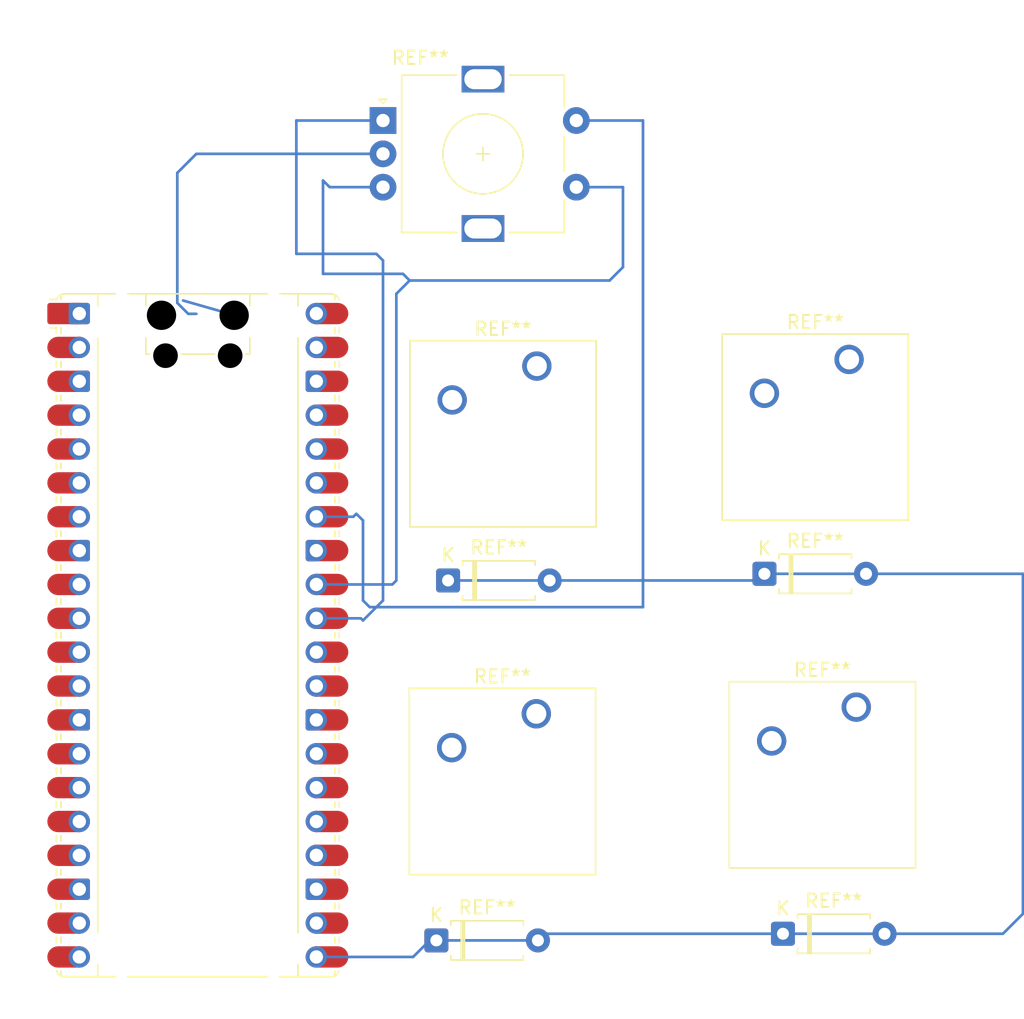
<source format=kicad_pcb>
(kicad_pcb (version 20241229) (generator "pcbnew") (generator_version "9.0")
  (layers (0 "F.Cu" signal) (2 "B.Cu" signal) (13 "F.Paste" user) (15 "B.Paste" user) (5 "F.SilkS" user "F.Silkscreen") (7 "B.SilkS" user "B.Silkscreen") (1 "F.Mask" user) (3 "B.Mask" user) (25 "Edge.Cuts" user))
  (net 0 "")
  (footprint "Diode_THT:D_A-405_P7.62mm_Horizontal" (layer "F.Cu") (at 58.5 90)
    (property "Reference" "REF**" (at 3.81 -2.47 0) (layer "F.SilkS"))
    (property "Value" "D_A-405_P7.62mm_Horizontal")
    (fp_line (start 1.09 -1.47) (end 6.53 -1.47) (stroke (width 0.12)) (layer "F.SilkS"))
    (fp_line (start 1.09 -1.14) (end 1.09 -1.47) (stroke (width 0.12)) (layer "F.SilkS"))
    (fp_line (start 1.09 1.14) (end 1.09 1.47) (stroke (width 0.12)) (layer "F.SilkS"))
    (fp_line (start 1.09 1.47) (end 6.53 1.47) (stroke (width 0.12)) (layer "F.SilkS"))
    (fp_line (start 1.87 -1.47) (end 1.87 1.47) (stroke (width 0.12)) (layer "F.SilkS"))
    (fp_line (start 1.99 -1.47) (end 1.99 1.47) (stroke (width 0.12)) (layer "F.SilkS"))
    (fp_line (start 2.11 -1.47) (end 2.11 1.47) (stroke (width 0.12)) (layer "F.SilkS"))
    (fp_line (start 6.53 -1.47) (end 6.53 -1.14) (stroke (width 0.12)) (layer "F.SilkS"))
    (fp_line (start 6.53 1.47) (end 6.53 1.14) (stroke (width 0.12)) (layer "F.SilkS"))
    (fp_text user "K" (at 0 -1.9 0) (layer "F.SilkS"))
    (pad "1" thru_hole roundrect (at 0 0) (size 1.8 1.8) (drill 0.9) (layers "*.Cu" "*.Mask") (roundrect_rratio 0.138889))
    (pad "2" thru_hole circle (at 7.62 0) (size 1.8 1.8) (drill 0.9) (layers "*.Cu" "*.Mask"))
  )
  (footprint "Button_Switch_Keyboard:SW_Cherry_MX_1.00u_PCB" (layer "F.Cu") (at 90 72.5)
    (property "Reference" "REF**" (at -2.54 -2.794 0) (layer "F.SilkS"))
    (property "Value" "SW_Cherry_MX_1.00u_PCB")
    (fp_line (start -9.525 -1.905) (end 4.445 -1.905) (stroke (width 0.12)) (layer "F.SilkS"))
    (fp_line (start -9.525 12.065) (end -9.525 -1.905) (stroke (width 0.12)) (layer "F.SilkS"))
    (fp_line (start 4.445 -1.905) (end 4.445 12.065) (stroke (width 0.12)) (layer "F.SilkS"))
    (fp_line (start 4.445 12.065) (end -9.525 12.065) (stroke (width 0.12)) (layer "F.SilkS"))
    (pad "" np_thru_hole circle (at -7.62 5.08) (size 1.7 1.7) (drill 1.7) (layers "*.Cu" "*.Mask"))
    (pad "" np_thru_hole circle (at -2.54 5.08) (size 4 4) (drill 4) (layers "*.Cu" "*.Mask"))
    (pad "" np_thru_hole circle (at 2.54 5.08) (size 1.7 1.7) (drill 1.7) (layers "*.Cu" "*.Mask"))
    (pad "1" thru_hole circle (at 0 0) (size 2.2 2.2) (drill 1.5) (layers "*.Cu" "*.Mask"))
    (pad "2" thru_hole circle (at -6.35 2.54) (size 2.2 2.2) (drill 1.5) (layers "*.Cu" "*.Mask"))
  )
  (footprint "Rotary_Encoder:RotaryEncoder_Alps_EC11E-Switch_Vertical_H20mm" (layer "F.Cu") (at 54.5 28.5)
    (property "Reference" "REF**" (at 2.8 -4.7 0) (layer "F.SilkS"))
    (property "Value" "RotaryEncoder_Alps_EC11E-Switch_Vertical_H20mm" (hide yes))
    (fp_line (start -0.3 -1.6) (end 0.3 -1.6) (stroke (width 0.12)) (layer "F.SilkS"))
    (fp_line (start 0 -1.3) (end -0.3 -1.6) (stroke (width 0.12)) (layer "F.SilkS"))
    (fp_line (start 0.3 -1.6) (end 0 -1.3) (stroke (width 0.12)) (layer "F.SilkS"))
    (fp_line (start 1.4 -3.4) (end 1.4 8.4) (stroke (width 0.12)) (layer "F.SilkS"))
    (fp_line (start 5.5 -3.4) (end 1.4 -3.4) (stroke (width 0.12)) (layer "F.SilkS"))
    (fp_line (start 5.5 8.4) (end 1.4 8.4) (stroke (width 0.12)) (layer "F.SilkS"))
    (fp_line (start 7 2.5) (end 8 2.5) (stroke (width 0.12)) (layer "F.SilkS"))
    (fp_line (start 7.5 2) (end 7.5 3) (stroke (width 0.12)) (layer "F.SilkS"))
    (fp_line (start 9.5 -3.4) (end 13.6 -3.4) (stroke (width 0.12)) (layer "F.SilkS"))
    (fp_line (start 13.6 -3.4) (end 13.6 -1) (stroke (width 0.12)) (layer "F.SilkS"))
    (fp_line (start 13.6 1.2) (end 13.6 3.8) (stroke (width 0.12)) (layer "F.SilkS"))
    (fp_line (start 13.6 6) (end 13.6 8.4) (stroke (width 0.12)) (layer "F.SilkS"))
    (fp_line (start 13.6 8.4) (end 9.5 8.4) (stroke (width 0.12)) (layer "F.SilkS"))
    (fp_circle (center 7.5 2.5) (end 10.5 2.5) (stroke (width 0.12)) (fill no) (layer "F.SilkS"))
    (pad "A" thru_hole rect (at 0 0) (size 2 2) (drill 1) (layers "*.Cu" "*.Mask"))
    (pad "B" thru_hole circle (at 0 5) (size 2 2) (drill 1) (layers "*.Cu" "*.Mask"))
    (pad "C" thru_hole circle (at 0 2.5) (size 2 2) (drill 1) (layers "*.Cu" "*.Mask"))
    (pad "MP" thru_hole rect (at 7.5 -3.1) (size 3.2 2) (drill oval 2.8 1.5) (layers "*.Cu" "*.Mask"))
    (pad "MP" thru_hole rect (at 7.5 8.1) (size 3.2 2) (drill oval 2.8 1.5) (layers "*.Cu" "*.Mask"))
    (pad "S1" thru_hole circle (at 14.5 5) (size 2 2) (drill 1) (layers "*.Cu" "*.Mask"))
    (pad "S2" thru_hole circle (at 14.5 0) (size 2 2) (drill 1) (layers "*.Cu" "*.Mask"))
  )
  (footprint "Button_Switch_Keyboard:SW_Cherry_MX_1.00u_PCB" (layer "F.Cu") (at 66 73)
    (property "Reference" "REF**" (at -2.54 -2.794 0) (layer "F.SilkS"))
    (property "Value" "SW_Cherry_MX_1.00u_PCB")
    (fp_line (start -9.525 -1.905) (end 4.445 -1.905) (stroke (width 0.12)) (layer "F.SilkS"))
    (fp_line (start -9.525 12.065) (end -9.525 -1.905) (stroke (width 0.12)) (layer "F.SilkS"))
    (fp_line (start 4.445 -1.905) (end 4.445 12.065) (stroke (width 0.12)) (layer "F.SilkS"))
    (fp_line (start 4.445 12.065) (end -9.525 12.065) (stroke (width 0.12)) (layer "F.SilkS"))
    (pad "" np_thru_hole circle (at -7.62 5.08) (size 1.7 1.7) (drill 1.7) (layers "*.Cu" "*.Mask"))
    (pad "" np_thru_hole circle (at -2.54 5.08) (size 4 4) (drill 4) (layers "*.Cu" "*.Mask"))
    (pad "" np_thru_hole circle (at 2.54 5.08) (size 1.7 1.7) (drill 1.7) (layers "*.Cu" "*.Mask"))
    (pad "1" thru_hole circle (at 0 0) (size 2.2 2.2) (drill 1.5) (layers "*.Cu" "*.Mask"))
    (pad "2" thru_hole circle (at -6.35 2.54) (size 2.2 2.2) (drill 1.5) (layers "*.Cu" "*.Mask"))
  )
  (footprint "Diode_THT:D_A-405_P7.62mm_Horizontal" (layer "F.Cu") (at 84.5 89.5)
    (property "Reference" "REF**" (at 3.81 -2.47 0) (layer "F.SilkS"))
    (property "Value" "D_A-405_P7.62mm_Horizontal" (hide yes))
    (fp_line (start 1.09 -1.47) (end 6.53 -1.47) (stroke (width 0.12)) (layer "F.SilkS"))
    (fp_line (start 1.09 -1.14) (end 1.09 -1.47) (stroke (width 0.12)) (layer "F.SilkS"))
    (fp_line (start 1.09 1.14) (end 1.09 1.47) (stroke (width 0.12)) (layer "F.SilkS"))
    (fp_line (start 1.09 1.47) (end 6.53 1.47) (stroke (width 0.12)) (layer "F.SilkS"))
    (fp_line (start 1.87 -1.47) (end 1.87 1.47) (stroke (width 0.12)) (layer "F.SilkS"))
    (fp_line (start 1.99 -1.47) (end 1.99 1.47) (stroke (width 0.12)) (layer "F.SilkS"))
    (fp_line (start 2.11 -1.47) (end 2.11 1.47) (stroke (width 0.12)) (layer "F.SilkS"))
    (fp_line (start 6.53 -1.47) (end 6.53 -1.14) (stroke (width 0.12)) (layer "F.SilkS"))
    (fp_line (start 6.53 1.47) (end 6.53 1.14) (stroke (width 0.12)) (layer "F.SilkS"))
    (fp_text user "K" (at 0 -1.9 0) (layer "F.SilkS"))
    (pad "1" thru_hole roundrect (at 0 0) (size 1.8 1.8) (drill 0.9) (layers "*.Cu" "*.Mask") (roundrect_rratio 0.138889))
    (pad "2" thru_hole circle (at 7.62 0) (size 1.8 1.8) (drill 0.9) (layers "*.Cu" "*.Mask"))
  )
  (footprint "Module:RaspberryPi_Pico_Common_Unspecified" (layer "F.Cu") (at 40.61 67.11)
    (property "Reference" "REF**" (hide yes))
    (property "Value" "RaspberryPi_Pico_Common_Unspecified")
    (fp_line (start -10.61 -23.07) (end -11.09 -23.07) (stroke (width 0.12)) (layer "F.SilkS"))
    (fp_line (start -10.61 -23.07) (end -10.61 -22.65) (stroke (width 0.12)) (layer "F.SilkS"))
    (fp_line (start -10.61 -20.53) (end -10.61 -20.11) (stroke (width 0.12)) (layer "F.SilkS"))
    (fp_line (start -10.61 -17.99) (end -10.61 -17.57) (stroke (width 0.12)) (layer "F.SilkS"))
    (fp_line (start -10.61 -15.45) (end -10.61 -15.03) (stroke (width 0.12)) (layer "F.SilkS"))
    (fp_line (start -10.61 -12.91) (end -10.61 -12.49) (stroke (width 0.12)) (layer "F.SilkS"))
    (fp_line (start -10.61 -10.37) (end -10.61 -9.95) (stroke (width 0.12)) (layer "F.SilkS"))
    (fp_line (start -10.61 -7.83) (end -10.61 -7.41) (stroke (width 0.12)) (layer "F.SilkS"))
    (fp_line (start -10.61 -5.29) (end -10.61 -4.87) (stroke (width 0.12)) (layer "F.SilkS"))
    (fp_line (start -10.61 -2.75) (end -10.61 -2.33) (stroke (width 0.12)) (layer "F.SilkS"))
    (fp_line (start -10.61 -0.21) (end -10.61 0.21) (stroke (width 0.12)) (layer "F.SilkS"))
    (fp_line (start -10.61 2.33) (end -10.61 2.75) (stroke (width 0.12)) (layer "F.SilkS"))
    (fp_line (start -10.61 4.87) (end -10.61 5.29) (stroke (width 0.12)) (layer "F.SilkS"))
    (fp_line (start -10.61 7.41) (end -10.61 7.83) (stroke (width 0.12)) (layer "F.SilkS"))
    (fp_line (start -10.61 9.95) (end -10.61 10.37) (stroke (width 0.12)) (layer "F.SilkS"))
    (fp_line (start -10.61 12.49) (end -10.61 12.91) (stroke (width 0.12)) (layer "F.SilkS"))
    (fp_line (start -10.61 15.03) (end -10.61 15.45) (stroke (width 0.12)) (layer "F.SilkS"))
    (fp_line (start -10.61 17.57) (end -10.61 17.99) (stroke (width 0.12)) (layer "F.SilkS"))
    (fp_line (start -10.61 20.11) (end -10.61 20.53) (stroke (width 0.12)) (layer "F.SilkS"))
    (fp_line (start -10.61 22.65) (end -10.61 23.07) (stroke (width 0.12)) (layer "F.SilkS"))
    (fp_line (start -10.579676 -25.19) (end -11.09 -25.19) (stroke (width 0.12)) (layer "F.SilkS"))
    (fp_line (start -10.27 -25.189937) (end -10.27 -25.547) (stroke (width 0.12)) (layer "F.SilkS"))
    (fp_line (start -10.27 -23.07) (end -10.27 -22.65) (stroke (width 0.12)) (layer "F.SilkS"))
    (fp_line (start -10.27 -20.53) (end -10.27 -20.11) (stroke (width 0.12)) (layer "F.SilkS"))
    (fp_line (start -10.27 -17.99) (end -10.27 -17.57) (stroke (width 0.12)) (layer "F.SilkS"))
    (fp_line (start -10.27 -15.45) (end -10.27 -15.03) (stroke (width 0.12)) (layer "F.SilkS"))
    (fp_line (start -10.27 -12.91) (end -10.27 -12.49) (stroke (width 0.12)) (layer "F.SilkS"))
    (fp_line (start -10.27 -10.37) (end -10.27 -9.95) (stroke (width 0.12)) (layer "F.SilkS"))
    (fp_line (start -10.27 -7.83) (end -10.27 -7.41) (stroke (width 0.12)) (layer "F.SilkS"))
    (fp_line (start -10.27 -5.29) (end -10.27 -4.87) (stroke (width 0.12)) (layer "F.SilkS"))
    (fp_line (start -10.27 -2.75) (end -10.27 -2.33) (stroke (width 0.12)) (layer "F.SilkS"))
    (fp_line (start -10.27 -0.21) (end -10.27 0.21) (stroke (width 0.12)) (layer "F.SilkS"))
    (fp_line (start -10.27 2.33) (end -10.27 2.75) (stroke (width 0.12)) (layer "F.SilkS"))
    (fp_line (start -10.27 4.87) (end -10.27 5.29) (stroke (width 0.12)) (layer "F.SilkS"))
    (fp_line (start -10.27 7.41) (end -10.27 7.83) (stroke (width 0.12)) (layer "F.SilkS"))
    (fp_line (start -10.27 9.95) (end -10.27 10.37) (stroke (width 0.12)) (layer "F.SilkS"))
    (fp_line (start -10.27 12.49) (end -10.27 12.91) (stroke (width 0.12)) (layer "F.SilkS"))
    (fp_line (start -10.27 15.03) (end -10.27 15.45) (stroke (width 0.12)) (layer "F.SilkS"))
    (fp_line (start -10.27 17.57) (end -10.27 17.99) (stroke (width 0.12)) (layer "F.SilkS"))
    (fp_line (start -10.27 20.11) (end -10.27 20.53) (stroke (width 0.12)) (layer "F.SilkS"))
    (fp_line (start -10.27 22.65) (end -10.27 23.07) (stroke (width 0.12)) (layer "F.SilkS"))
    (fp_line (start -10.27 25.189937) (end -10.27 25.547) (stroke (width 0.12)) (layer "F.SilkS"))
    (fp_line (start -10 -25.61) (end -7.51 -25.61) (stroke (width 0.12)) (layer "F.SilkS"))
    (fp_line (start -10 25.61) (end -6.162061 25.61) (stroke (width 0.12)) (layer "F.SilkS"))
    (fp_line (start -7.51 -25.61) (end -7.51 -24.69648) (stroke (width 0.12)) (layer "F.SilkS"))
    (fp_line (start -7.51 -25.61) (end -6.16206 -25.61) (stroke (width 0.12)) (layer "F.SilkS"))
    (fp_line (start -7.51 -22.30352) (end -7.51 22.30352) (stroke (width 0.12)) (layer "F.SilkS"))
    (fp_line (start -7.51 24.69648) (end -7.51 25.61) (stroke (width 0.12)) (layer "F.SilkS"))
    (fp_line (start -5.237939 -25.61) (end -4.235 -25.61) (stroke (width 0.12)) (layer "F.SilkS"))
    (fp_line (start -4.235 -25.61) (end 4.235 -25.61) (stroke (width 0.12)) (layer "F.SilkS"))
    (fp_line (start -3.9 -25.61) (end -3.9 -24.694) (stroke (width 0.12)) (layer "F.SilkS"))
    (fp_line (start -3.9 -22.306) (end -3.9 -21.09) (stroke (width 0.12)) (layer "F.SilkS"))
    (fp_line (start -3.9 -21.09) (end -3.60391 -21.09) (stroke (width 0.12)) (layer "F.SilkS"))
    (fp_line (start -3.6 25.61) (end -5.237939 25.61) (stroke (width 0.12)) (layer "F.SilkS"))
    (fp_line (start -1.24609 -21.09) (end 1.24609 -21.09) (stroke (width 0.12)) (layer "F.SilkS"))
    (fp_line (start 3.6 25.61) (end -3.6 25.61) (stroke (width 0.12)) (layer "F.SilkS"))
    (fp_line (start 3.60391 -21.09) (end 3.9 -21.09) (stroke (width 0.12)) (layer "F.SilkS"))
    (fp_line (start 3.9 -25.61) (end 3.9 -24.694) (stroke (width 0.12)) (layer "F.SilkS"))
    (fp_line (start 3.9 -22.306) (end 3.9 -21.09) (stroke (width 0.12)) (layer "F.SilkS"))
    (fp_line (start 4.235 -25.61) (end 5.237939 -25.61) (stroke (width 0.12)) (layer "F.SilkS"))
    (fp_line (start 5.237939 25.61) (end 3.6 25.61) (stroke (width 0.12)) (layer "F.SilkS"))
    (fp_line (start 6.162061 -25.61) (end 7.51 -25.61) (stroke (width 0.12)) (layer "F.SilkS"))
    (fp_line (start 6.162061 25.61) (end 10 25.61) (stroke (width 0.12)) (layer "F.SilkS"))
    (fp_line (start 7.51 -25.61) (end 7.51 -24.69648) (stroke (width 0.12)) (layer "F.SilkS"))
    (fp_line (start 7.51 -22.30352) (end 7.51 22.30352) (stroke (width 0.12)) (layer "F.SilkS"))
    (fp_line (start 7.51 24.69648) (end 7.51 25.61) (stroke (width 0.12)) (layer "F.SilkS"))
    (fp_line (start 10 -25.61) (end 7.51 -25.61) (stroke (width 0.12)) (layer "F.SilkS"))
    (fp_line (start 10.27 -25.189937) (end 10.27 -25.547) (stroke (width 0.12)) (layer "F.SilkS"))
    (fp_line (start 10.27 -23.07) (end 10.27 -22.65) (stroke (width 0.12)) (layer "F.SilkS"))
    (fp_line (start 10.27 -20.53) (end 10.27 -20.11) (stroke (width 0.12)) (layer "F.SilkS"))
    (fp_line (start 10.27 -17.99) (end 10.27 -17.57) (stroke (width 0.12)) (layer "F.SilkS"))
    (fp_line (start 10.27 -15.45) (end 10.27 -15.03) (stroke (width 0.12)) (layer "F.SilkS"))
    (fp_line (start 10.27 -12.91) (end 10.27 -12.49) (stroke (width 0.12)) (layer "F.SilkS"))
    (fp_line (start 10.27 -10.37) (end 10.27 -9.95) (stroke (width 0.12)) (layer "F.SilkS"))
    (fp_line (start 10.27 -7.83) (end 10.27 -7.41) (stroke (width 0.12)) (layer "F.SilkS"))
    (fp_line (start 10.27 -5.29) (end 10.27 -4.87) (stroke (width 0.12)) (layer "F.SilkS"))
    (fp_line (start 10.27 -2.75) (end 10.27 -2.33) (stroke (width 0.12)) (layer "F.SilkS"))
    (fp_line (start 10.27 -0.21) (end 10.27 0.21) (stroke (width 0.12)) (layer "F.SilkS"))
    (fp_line (start 10.27 2.33) (end 10.27 2.75) (stroke (width 0.12)) (layer "F.SilkS"))
    (fp_line (start 10.27 4.87) (end 10.27 5.29) (stroke (width 0.12)) (layer "F.SilkS"))
    (fp_line (start 10.27 7.41) (end 10.27 7.83) (stroke (width 0.12)) (layer "F.SilkS"))
    (fp_line (start 10.27 9.95) (end 10.27 10.37) (stroke (width 0.12)) (layer "F.SilkS"))
    (fp_line (start 10.27 12.49) (end 10.27 12.91) (stroke (width 0.12)) (layer "F.SilkS"))
    (fp_line (start 10.27 15.03) (end 10.27 15.45) (stroke (width 0.12)) (layer "F.SilkS"))
    (fp_line (start 10.27 17.57) (end 10.27 17.99) (stroke (width 0.12)) (layer "F.SilkS"))
    (fp_line (start 10.27 20.11) (end 10.27 20.53) (stroke (width 0.12)) (layer "F.SilkS"))
    (fp_line (start 10.27 22.65) (end 10.27 23.07) (stroke (width 0.12)) (layer "F.SilkS"))
    (fp_line (start 10.27 25.189937) (end 10.27 25.547) (stroke (width 0.12)) (layer "F.SilkS"))
    (fp_line (start 10.61 -23.07) (end 10.61 -22.65) (stroke (width 0.12)) (layer "F.SilkS"))
    (fp_line (start 10.61 -20.53) (end 10.61 -20.11) (stroke (width 0.12)) (layer "F.SilkS"))
    (fp_line (start 10.61 -17.99) (end 10.61 -17.57) (stroke (width 0.12)) (layer "F.SilkS"))
    (fp_line (start 10.61 -15.45) (end 10.61 -15.03) (stroke (width 0.12)) (layer "F.SilkS"))
    (fp_line (start 10.61 -12.91) (end 10.61 -12.49) (stroke (width 0.12)) (layer "F.SilkS"))
    (fp_line (start 10.61 -10.37) (end 10.61 -9.95) (stroke (width 0.12)) (layer "F.SilkS"))
    (fp_line (start 10.61 -7.83) (end 10.61 -7.41) (stroke (width 0.12)) (layer "F.SilkS"))
    (fp_line (start 10.61 -5.29) (end 10.61 -4.87) (stroke (width 0.12)) (layer "F.SilkS"))
    (fp_line (start 10.61 -2.75) (end 10.61 -2.33) (stroke (width 0.12)) (layer "F.SilkS"))
    (fp_line (start 10.61 -0.21) (end 10.61 0.21) (stroke (width 0.12)) (layer "F.SilkS"))
    (fp_line (start 10.61 2.33) (end 10.61 2.75) (stroke (width 0.12)) (layer "F.SilkS"))
    (fp_line (start 10.61 4.87) (end 10.61 5.29) (stroke (width 0.12)) (layer "F.SilkS"))
    (fp_line (start 10.61 7.41) (end 10.61 7.83) (stroke (width 0.12)) (layer "F.SilkS"))
    (fp_line (start 10.61 9.95) (end 10.61 10.37) (stroke (width 0.12)) (layer "F.SilkS"))
    (fp_line (start 10.61 12.49) (end 10.61 12.91) (stroke (width 0.12)) (layer "F.SilkS"))
    (fp_line (start 10.61 15.03) (end 10.61 15.45) (stroke (width 0.12)) (layer "F.SilkS"))
    (fp_line (start 10.61 17.57) (end 10.61 17.99) (stroke (width 0.12)) (layer "F.SilkS"))
    (fp_line (start 10.61 20.11) (end 10.61 20.53) (stroke (width 0.12)) (layer "F.SilkS"))
    (fp_line (start 10.61 22.65) (end 10.61 23.07) (stroke (width 0.12)) (layer "F.SilkS"))
    (fp_arc (start -10.579676 -25.19) (mid -10.357938 -25.493944) (end -10 -25.61) (stroke (width 0.12)) (layer "F.SilkS"))
    (fp_arc (start -10 25.61) (mid -10.357937 25.493944) (end -10.579676 25.189937) (stroke (width 0.12)) (layer "F.SilkS"))
    (fp_arc (start 10 -25.61) (mid 10.357937 -25.493944) (end 10.579676 -25.189937) (stroke (width 0.12)) (layer "F.SilkS"))
    (fp_arc (start 10.579676 25.189937) (mid 10.357946 25.493957) (end 10 25.61) (stroke (width 0.12)) (layer "F.SilkS"))
    (pad "" np_thru_hole circle (at -2.725 -24) (size 2.2 2.2) (drill 2.2) (layers "*.Mask"))
    (pad "" np_thru_hole circle (at -2.425 -20.97) (size 1.85 1.85) (drill 1.85) (layers "*.Mask"))
    (pad "" np_thru_hole circle (at 2.425 -20.97) (size 1.85 1.85) (drill 1.85) (layers "*.Mask"))
    (pad "" np_thru_hole circle (at 2.725 -24) (size 2.2 2.2) (drill 2.2) (layers "*.Mask"))
    (pad "1" smd custom (at -9.69 -24.13) (size 1.6 0.8) (layers "F.Cu" "F.Mask") (options (clearance outline) (anchor rect)) (primitives (gr_circle (center 0.8 0) (end 1.6 0) (width 0) (fill yes)) (gr_poly (pts (xy -1.6 -0.6) (xy -1.6 0.6) (xy -1.4 0.8) (xy 0.8 0.8) (xy 0.8 -0.8) (xy -1.4 -0.8)) (width 0) (fill yes)) (gr_circle (center -1.4 -0.6) (end -1.2 -0.6) (width 0) (fill yes)) (gr_circle (center -1.4 0.6) (end -1.2 0.6) (width 0) (fill yes))))
    (pad "1" thru_hole roundrect (at -8.89 -24.13) (size 1.6 1.6) (drill 1) (layers "*.Cu" "*.Mask") (roundrect_rratio 0.125))
    (pad "2" smd roundrect (at -9.69 -21.59) (size 3.2 1.6) (layers "F.Cu" "F.Mask") (roundrect_rratio 0.5))
    (pad "2" thru_hole circle (at -8.89 -21.59) (size 1.6 1.6) (drill 1) (layers "*.Cu" "*.Mask"))
    (pad "3" smd custom (at -9.69 -19.05) (size 1.6 0.8) (layers "F.Cu" "F.Mask") (options (clearance outline) (anchor rect)) (primitives (gr_circle (center -0.8 0) (end 0 0) (width 0) (fill yes)) (gr_poly (pts (xy 1.6 -0.6) (xy 1.6 0.6) (xy 1.4 0.8) (xy -0.8 0.8) (xy -0.8 -0.8) (xy 1.4 -0.8)) (width 0) (fill yes)) (gr_circle (center 1.4 -0.6) (end 1.6 -0.6) (width 0) (fill yes)) (gr_circle (center 1.4 0.6) (end 1.6 0.6) (width 0) (fill yes))))
    (pad "3" thru_hole custom (at -8.89 -19.05) (size 1.6 1.6) (drill 1) (layers "*.Cu" "*.Mask") (options (clearance outline) (anchor circle)) (primitives (gr_poly (pts (xy 0.8 0.6) (xy 0.8 -0.6) (xy 0.6 -0.8) (xy 0 -0.8) (xy 0 0.8) (xy 0.6 0.8)) (width 0) (fill yes)) (gr_circle (center 0.6 0.6) (end 0.8 0.6) (width 0) (fill yes)) (gr_circle (center 0.6 -0.6) (end 0.8 -0.6) (width 0) (fill yes))))
    (pad "4" smd roundrect (at -9.69 -16.51) (size 3.2 1.6) (layers "F.Cu" "F.Mask") (roundrect_rratio 0.5))
    (pad "4" thru_hole circle (at -8.89 -16.51) (size 1.6 1.6) (drill 1) (layers "*.Cu" "*.Mask"))
    (pad "5" smd roundrect (at -9.69 -13.97) (size 3.2 1.6) (layers "F.Cu" "F.Mask") (roundrect_rratio 0.5))
    (pad "5" thru_hole circle (at -8.89 -13.97) (size 1.6 1.6) (drill 1) (layers "*.Cu" "*.Mask"))
    (pad "6" smd roundrect (at -9.69 -11.43) (size 3.2 1.6) (layers "F.Cu" "F.Mask") (roundrect_rratio 0.5))
    (pad "6" thru_hole circle (at -8.89 -11.43) (size 1.6 1.6) (drill 1) (layers "*.Cu" "*.Mask"))
    (pad "7" smd roundrect (at -9.69 -8.89) (size 3.2 1.6) (layers "F.Cu" "F.Mask") (roundrect_rratio 0.5))
    (pad "7" thru_hole circle (at -8.89 -8.89) (size 1.6 1.6) (drill 1) (layers "*.Cu" "*.Mask"))
    (pad "8" smd custom (at -9.69 -6.35) (size 1.6 0.8) (layers "F.Cu" "F.Mask") (options (clearance outline) (anchor rect)) (primitives (gr_circle (center -0.8 0) (end 0 0) (width 0) (fill yes)) (gr_poly (pts (xy 1.6 -0.6) (xy 1.6 0.6) (xy 1.4 0.8) (xy -0.8 0.8) (xy -0.8 -0.8) (xy 1.4 -0.8)) (width 0) (fill yes)) (gr_circle (center 1.4 -0.6) (end 1.6 -0.6) (width 0) (fill yes)) (gr_circle (center 1.4 0.6) (end 1.6 0.6) (width 0) (fill yes))))
    (pad "8" thru_hole custom (at -8.89 -6.35) (size 1.6 1.6) (drill 1) (layers "*.Cu" "*.Mask") (options (clearance outline) (anchor circle)) (primitives (gr_poly (pts (xy 0.8 0.6) (xy 0.8 -0.6) (xy 0.6 -0.8) (xy 0 -0.8) (xy 0 0.8) (xy 0.6 0.8)) (width 0) (fill yes)) (gr_circle (center 0.6 0.6) (end 0.8 0.6) (width 0) (fill yes)) (gr_circle (center 0.6 -0.6) (end 0.8 -0.6) (width 0) (fill yes))))
    (pad "9" smd roundrect (at -9.69 -3.81) (size 3.2 1.6) (layers "F.Cu" "F.Mask") (roundrect_rratio 0.5))
    (pad "9" thru_hole circle (at -8.89 -3.81) (size 1.6 1.6) (drill 1) (layers "*.Cu" "*.Mask"))
    (pad "10" smd roundrect (at -9.69 -1.27) (size 3.2 1.6) (layers "F.Cu" "F.Mask") (roundrect_rratio 0.5))
    (pad "10" thru_hole circle (at -8.89 -1.27) (size 1.6 1.6) (drill 1) (layers "*.Cu" "*.Mask"))
    (pad "11" smd roundrect (at -9.69 1.27) (size 3.2 1.6) (layers "F.Cu" "F.Mask") (roundrect_rratio 0.5))
    (pad "11" thru_hole circle (at -8.89 1.27) (size 1.6 1.6) (drill 1) (layers "*.Cu" "*.Mask"))
    (pad "12" smd roundrect (at -9.69 3.81) (size 3.2 1.6) (layers "F.Cu" "F.Mask") (roundrect_rratio 0.5))
    (pad "12" thru_hole circle (at -8.89 3.81) (size 1.6 1.6) (drill 1) (layers "*.Cu" "*.Mask"))
    (pad "13" smd custom (at -9.69 6.35) (size 1.6 0.8) (layers "F.Cu" "F.Mask") (options (clearance outline) (anchor rect)) (primitives (gr_circle (center -0.8 0) (end 0 0) (width 0) (fill yes)) (gr_poly (pts (xy 1.6 -0.6) (xy 1.6 0.6) (xy 1.4 0.8) (xy -0.8 0.8) (xy -0.8 -0.8) (xy 1.4 -0.8)) (width 0) (fill yes)) (gr_circle (center 1.4 -0.6) (end 1.6 -0.6) (width 0) (fill yes)) (gr_circle (center 1.4 0.6) (end 1.6 0.6) (width 0) (fill yes))))
    (pad "13" thru_hole custom (at -8.89 6.35) (size 1.6 1.6) (drill 1) (layers "*.Cu" "*.Mask") (options (clearance outline) (anchor circle)) (primitives (gr_poly (pts (xy 0.8 0.6) (xy 0.8 -0.6) (xy 0.6 -0.8) (xy 0 -0.8) (xy 0 0.8) (xy 0.6 0.8)) (width 0) (fill yes)) (gr_circle (center 0.6 0.6) (end 0.8 0.6) (width 0) (fill yes)) (gr_circle (center 0.6 -0.6) (end 0.8 -0.6) (width 0) (fill yes))))
    (pad "14" smd roundrect (at -9.69 8.89) (size 3.2 1.6) (layers "F.Cu" "F.Mask") (roundrect_rratio 0.5))
    (pad "14" thru_hole circle (at -8.89 8.89) (size 1.6 1.6) (drill 1) (layers "*.Cu" "*.Mask"))
    (pad "15" smd roundrect (at -9.69 11.43) (size 3.2 1.6) (layers "F.Cu" "F.Mask") (roundrect_rratio 0.5))
    (pad "15" thru_hole circle (at -8.89 11.43) (size 1.6 1.6) (drill 1) (layers "*.Cu" "*.Mask"))
    (pad "16" smd roundrect (at -9.69 13.97) (size 3.2 1.6) (layers "F.Cu" "F.Mask") (roundrect_rratio 0.5))
    (pad "16" thru_hole circle (at -8.89 13.97) (size 1.6 1.6) (drill 1) (layers "*.Cu" "*.Mask"))
    (pad "17" smd roundrect (at -9.69 16.51) (size 3.2 1.6) (layers "F.Cu" "F.Mask") (roundrect_rratio 0.5))
    (pad "17" thru_hole circle (at -8.89 16.51) (size 1.6 1.6) (drill 1) (layers "*.Cu" "*.Mask"))
    (pad "18" smd custom (at -9.69 19.05) (size 1.6 0.8) (layers "F.Cu" "F.Mask") (options (clearance outline) (anchor rect)) (primitives (gr_circle (center -0.8 0) (end 0 0) (width 0) (fill yes)) (gr_poly (pts (xy 1.6 -0.6) (xy 1.6 0.6) (xy 1.4 0.8) (xy -0.8 0.8) (xy -0.8 -0.8) (xy 1.4 -0.8)) (width 0) (fill yes)) (gr_circle (center 1.4 -0.6) (end 1.6 -0.6) (width 0) (fill yes)) (gr_circle (center 1.4 0.6) (end 1.6 0.6) (width 0) (fill yes))))
    (pad "18" thru_hole custom (at -8.89 19.05) (size 1.6 1.6) (drill 1) (layers "*.Cu" "*.Mask") (options (clearance outline) (anchor circle)) (primitives (gr_poly (pts (xy 0.8 0.6) (xy 0.8 -0.6) (xy 0.6 -0.8) (xy 0 -0.8) (xy 0 0.8) (xy 0.6 0.8)) (width 0) (fill yes)) (gr_circle (center 0.6 0.6) (end 0.8 0.6) (width 0) (fill yes)) (gr_circle (center 0.6 -0.6) (end 0.8 -0.6) (width 0) (fill yes))))
    (pad "19" smd roundrect (at -9.69 21.59) (size 3.2 1.6) (layers "F.Cu" "F.Mask") (roundrect_rratio 0.5))
    (pad "19" thru_hole circle (at -8.89 21.59) (size 1.6 1.6) (drill 1) (layers "*.Cu" "*.Mask"))
    (pad "20" smd roundrect (at -9.69 24.13) (size 3.2 1.6) (layers "F.Cu" "F.Mask") (roundrect_rratio 0.5))
    (pad "20" thru_hole circle (at -8.89 24.13) (size 1.6 1.6) (drill 1) (layers "*.Cu" "*.Mask"))
    (pad "21" thru_hole circle (at 8.89 24.13) (size 1.6 1.6) (drill 1) (layers "*.Cu" "*.Mask"))
    (pad "21" smd roundrect (at 9.69 24.13) (size 3.2 1.6) (layers "F.Cu" "F.Mask") (roundrect_rratio 0.5))
    (pad "22" thru_hole circle (at 8.89 21.59) (size 1.6 1.6) (drill 1) (layers "*.Cu" "*.Mask"))
    (pad "22" smd roundrect (at 9.69 21.59) (size 3.2 1.6) (layers "F.Cu" "F.Mask") (roundrect_rratio 0.5))
    (pad "23" thru_hole custom (at 8.89 19.05) (size 1.6 1.6) (drill 1) (layers "*.Cu" "*.Mask") (options (clearance outline) (anchor circle)) (primitives (gr_poly (pts (xy -0.8 0.6) (xy -0.8 -0.6) (xy -0.6 -0.8) (xy 0 -0.8) (xy 0 0.8) (xy -0.6 0.8)) (width 0) (fill yes)) (gr_circle (center -0.6 0.6) (end -0.4 0.6) (width 0) (fill yes)) (gr_circle (center -0.6 -0.6) (end -0.4 -0.6) (width 0) (fill yes))))
    (pad "23" smd custom (at 9.69 19.05) (size 1.6 0.8) (layers "F.Cu" "F.Mask") (options (clearance outline) (anchor rect)) (primitives (gr_circle (center 0.8 0) (end 1.6 0) (width 0) (fill yes)) (gr_poly (pts (xy -1.6 -0.6) (xy -1.6 0.6) (xy -1.4 0.8) (xy 0.8 0.8) (xy 0.8 -0.8) (xy -1.4 -0.8)) (width 0) (fill yes)) (gr_circle (center -1.4 -0.6) (end -1.2 -0.6) (width 0) (fill yes)) (gr_circle (center -1.4 0.6) (end -1.2 0.6) (width 0) (fill yes))))
    (pad "24" thru_hole circle (at 8.89 16.51) (size 1.6 1.6) (drill 1) (layers "*.Cu" "*.Mask"))
    (pad "24" smd roundrect (at 9.69 16.51) (size 3.2 1.6) (layers "F.Cu" "F.Mask") (roundrect_rratio 0.5))
    (pad "25" thru_hole circle (at 8.89 13.97) (size 1.6 1.6) (drill 1) (layers "*.Cu" "*.Mask"))
    (pad "25" smd roundrect (at 9.69 13.97) (size 3.2 1.6) (layers "F.Cu" "F.Mask") (roundrect_rratio 0.5))
    (pad "26" thru_hole circle (at 8.89 11.43) (size 1.6 1.6) (drill 1) (layers "*.Cu" "*.Mask"))
    (pad "26" smd roundrect (at 9.69 11.43) (size 3.2 1.6) (layers "F.Cu" "F.Mask") (roundrect_rratio 0.5))
    (pad "27" thru_hole circle (at 8.89 8.89) (size 1.6 1.6) (drill 1) (layers "*.Cu" "*.Mask"))
    (pad "27" smd roundrect (at 9.69 8.89) (size 3.2 1.6) (layers "F.Cu" "F.Mask") (roundrect_rratio 0.5))
    (pad "28" thru_hole custom (at 8.89 6.35) (size 1.6 1.6) (drill 1) (layers "*.Cu" "*.Mask") (options (clearance outline) (anchor circle)) (primitives (gr_poly (pts (xy -0.8 0.6) (xy -0.8 -0.6) (xy -0.6 -0.8) (xy 0 -0.8) (xy 0 0.8) (xy -0.6 0.8)) (width 0) (fill yes)) (gr_circle (center -0.6 0.6) (end -0.4 0.6) (width 0) (fill yes)) (gr_circle (center -0.6 -0.6) (end -0.4 -0.6) (width 0) (fill yes))))
    (pad "28" smd custom (at 9.69 6.35) (size 1.6 0.8) (layers "F.Cu" "F.Mask") (options (clearance outline) (anchor rect)) (primitives (gr_circle (center 0.8 0) (end 1.6 0) (width 0) (fill yes)) (gr_poly (pts (xy -1.6 -0.6) (xy -1.6 0.6) (xy -1.4 0.8) (xy 0.8 0.8) (xy 0.8 -0.8) (xy -1.4 -0.8)) (width 0) (fill yes)) (gr_circle (center -1.4 -0.6) (end -1.2 -0.6) (width 0) (fill yes)) (gr_circle (center -1.4 0.6) (end -1.2 0.6) (width 0) (fill yes))))
    (pad "29" thru_hole circle (at 8.89 3.81) (size 1.6 1.6) (drill 1) (layers "*.Cu" "*.Mask"))
    (pad "29" smd roundrect (at 9.69 3.81) (size 3.2 1.6) (layers "F.Cu" "F.Mask") (roundrect_rratio 0.5))
    (pad "30" thru_hole circle (at 8.89 1.27) (size 1.6 1.6) (drill 1) (layers "*.Cu" "*.Mask"))
    (pad "30" smd roundrect (at 9.69 1.27) (size 3.2 1.6) (layers "F.Cu" "F.Mask") (roundrect_rratio 0.5))
    (pad "31" thru_hole circle (at 8.89 -1.27) (size 1.6 1.6) (drill 1) (layers "*.Cu" "*.Mask"))
    (pad "31" smd roundrect (at 9.69 -1.27) (size 3.2 1.6) (layers "F.Cu" "F.Mask") (roundrect_rratio 0.5))
    (pad "32" thru_hole circle (at 8.89 -3.81) (size 1.6 1.6) (drill 1) (layers "*.Cu" "*.Mask"))
    (pad "32" smd roundrect (at 9.69 -3.81) (size 3.2 1.6) (layers "F.Cu" "F.Mask") (roundrect_rratio 0.5))
    (pad "33" thru_hole custom (at 8.89 -6.35) (size 1.6 1.6) (drill 1) (layers "*.Cu" "*.Mask") (options (clearance outline) (anchor circle)) (primitives (gr_poly (pts (xy -0.8 0.6) (xy -0.8 -0.6) (xy -0.6 -0.8) (xy 0 -0.8) (xy 0 0.8) (xy -0.6 0.8)) (width 0) (fill yes)) (gr_circle (center -0.6 0.6) (end -0.4 0.6) (width 0) (fill yes)) (gr_circle (center -0.6 -0.6) (end -0.4 -0.6) (width 0) (fill yes))))
    (pad "33" smd custom (at 9.69 -6.35) (size 1.6 0.8) (layers "F.Cu" "F.Mask") (options (clearance outline) (anchor rect)) (primitives (gr_circle (center 0.8 0) (end 1.6 0) (width 0) (fill yes)) (gr_poly (pts (xy -1.6 -0.6) (xy -1.6 0.6) (xy -1.4 0.8) (xy 0.8 0.8) (xy 0.8 -0.8) (xy -1.4 -0.8)) (width 0) (fill yes)) (gr_circle (center -1.4 -0.6) (end -1.2 -0.6) (width 0) (fill yes)) (gr_circle (center -1.4 0.6) (end -1.2 0.6) (width 0) (fill yes))))
    (pad "34" thru_hole circle (at 8.89 -8.89) (size 1.6 1.6) (drill 1) (layers "*.Cu" "*.Mask"))
    (pad "34" smd roundrect (at 9.69 -8.89) (size 3.2 1.6) (layers "F.Cu" "F.Mask") (roundrect_rratio 0.5))
    (pad "35" thru_hole circle (at 8.89 -11.43) (size 1.6 1.6) (drill 1) (layers "*.Cu" "*.Mask"))
    (pad "35" smd roundrect (at 9.69 -11.43) (size 3.2 1.6) (layers "F.Cu" "F.Mask") (roundrect_rratio 0.5))
    (pad "36" thru_hole circle (at 8.89 -13.97) (size 1.6 1.6) (drill 1) (layers "*.Cu" "*.Mask"))
    (pad "36" smd roundrect (at 9.69 -13.97) (size 3.2 1.6) (layers "F.Cu" "F.Mask") (roundrect_rratio 0.5))
    (pad "37" thru_hole circle (at 8.89 -16.51) (size 1.6 1.6) (drill 1) (layers "*.Cu" "*.Mask"))
    (pad "37" smd roundrect (at 9.69 -16.51) (size 3.2 1.6) (layers "F.Cu" "F.Mask") (roundrect_rratio 0.5))
    (pad "38" thru_hole custom (at 8.89 -19.05) (size 1.6 1.6) (drill 1) (layers "*.Cu" "*.Mask") (options (clearance outline) (anchor circle)) (primitives (gr_poly (pts (xy -0.8 0.6) (xy -0.8 -0.6) (xy -0.6 -0.8) (xy 0 -0.8) (xy 0 0.8) (xy -0.6 0.8)) (width 0) (fill yes)) (gr_circle (center -0.6 0.6) (end -0.4 0.6) (width 0) (fill yes)) (gr_circle (center -0.6 -0.6) (end -0.4 -0.6) (width 0) (fill yes))))
    (pad "38" smd custom (at 9.69 -19.05) (size 1.6 0.8) (layers "F.Cu" "F.Mask") (options (clearance outline) (anchor rect)) (primitives (gr_circle (center 0.8 0) (end 1.6 0) (width 0) (fill yes)) (gr_poly (pts (xy -1.6 -0.6) (xy -1.6 0.6) (xy -1.4 0.8) (xy 0.8 0.8) (xy 0.8 -0.8) (xy -1.4 -0.8)) (width 0) (fill yes)) (gr_circle (center -1.4 -0.6) (end -1.2 -0.6) (width 0) (fill yes)) (gr_circle (center -1.4 0.6) (end -1.2 0.6) (width 0) (fill yes))))
    (pad "39" thru_hole circle (at 8.89 -21.59) (size 1.6 1.6) (drill 1) (layers "*.Cu" "*.Mask"))
    (pad "39" smd roundrect (at 9.69 -21.59) (size 3.2 1.6) (layers "F.Cu" "F.Mask") (roundrect_rratio 0.5))
    (pad "40" thru_hole circle (at 8.89 -24.13) (size 1.6 1.6) (drill 1) (layers "*.Cu" "*.Mask"))
    (pad "40" smd roundrect (at 9.69 -24.13) (size 3.2 1.6) (layers "F.Cu" "F.Mask") (roundrect_rratio 0.5))
  )
  (footprint "Button_Switch_Keyboard:SW_Cherry_MX_1.00u_PCB" (layer "F.Cu") (at 89.46 46.42)
    (property "Reference" "REF**" (at -2.54 -2.794 0) (layer "F.SilkS"))
    (property "Value" "SW_Cherry_MX_1.00u_PCB")
    (fp_line (start -9.525 -1.905) (end 4.445 -1.905) (stroke (width 0.12)) (layer "F.SilkS"))
    (fp_line (start -9.525 12.065) (end -9.525 -1.905) (stroke (width 0.12)) (layer "F.SilkS"))
    (fp_line (start 4.445 -1.905) (end 4.445 12.065) (stroke (width 0.12)) (layer "F.SilkS"))
    (fp_line (start 4.445 12.065) (end -9.525 12.065) (stroke (width 0.12)) (layer "F.SilkS"))
    (pad "" np_thru_hole circle (at -7.62 5.08) (size 1.7 1.7) (drill 1.7) (layers "*.Cu" "*.Mask"))
    (pad "" np_thru_hole circle (at -2.54 5.08) (size 4 4) (drill 4) (layers "*.Cu" "*.Mask"))
    (pad "" np_thru_hole circle (at 2.54 5.08) (size 1.7 1.7) (drill 1.7) (layers "*.Cu" "*.Mask"))
    (pad "1" thru_hole circle (at 0 0) (size 2.2 2.2) (drill 1.5) (layers "*.Cu" "*.Mask"))
    (pad "2" thru_hole circle (at -6.35 2.54) (size 2.2 2.2) (drill 1.5) (layers "*.Cu" "*.Mask"))
  )
  (footprint "Diode_THT:D_A-405_P7.62mm_Horizontal" (layer "F.Cu") (at 83.11 62.5)
    (property "Reference" "REF**" (at 3.81 -2.47 0) (layer "F.SilkS"))
    (property "Value" "D_A-405_P7.62mm_Horizontal" (hide yes))
    (fp_line (start 1.09 -1.47) (end 6.53 -1.47) (stroke (width 0.12)) (layer "F.SilkS"))
    (fp_line (start 1.09 -1.14) (end 1.09 -1.47) (stroke (width 0.12)) (layer "F.SilkS"))
    (fp_line (start 1.09 1.14) (end 1.09 1.47) (stroke (width 0.12)) (layer "F.SilkS"))
    (fp_line (start 1.09 1.47) (end 6.53 1.47) (stroke (width 0.12)) (layer "F.SilkS"))
    (fp_line (start 1.87 -1.47) (end 1.87 1.47) (stroke (width 0.12)) (layer "F.SilkS"))
    (fp_line (start 1.99 -1.47) (end 1.99 1.47) (stroke (width 0.12)) (layer "F.SilkS"))
    (fp_line (start 2.11 -1.47) (end 2.11 1.47) (stroke (width 0.12)) (layer "F.SilkS"))
    (fp_line (start 6.53 -1.47) (end 6.53 -1.14) (stroke (width 0.12)) (layer "F.SilkS"))
    (fp_line (start 6.53 1.47) (end 6.53 1.14) (stroke (width 0.12)) (layer "F.SilkS"))
    (fp_text user "K" (at 0 -1.9 0) (layer "F.SilkS"))
    (pad "1" thru_hole roundrect (at 0 0) (size 1.8 1.8) (drill 0.9) (layers "*.Cu" "*.Mask") (roundrect_rratio 0.138889))
    (pad "2" thru_hole circle (at 7.62 0) (size 1.8 1.8) (drill 0.9) (layers "*.Cu" "*.Mask"))
  )
  (footprint "Diode_THT:D_A-405_P7.62mm_Horizontal" (layer "F.Cu") (at 59.38 63)
    (property "Reference" "REF**" (at 3.81 -2.47 0) (layer "F.SilkS"))
    (property "Value" "D_A-405_P7.62mm_Horizontal" (hide yes))
    (fp_line (start 1.09 -1.47) (end 6.53 -1.47) (stroke (width 0.12)) (layer "F.SilkS"))
    (fp_line (start 1.09 -1.14) (end 1.09 -1.47) (stroke (width 0.12)) (layer "F.SilkS"))
    (fp_line (start 1.09 1.14) (end 1.09 1.47) (stroke (width 0.12)) (layer "F.SilkS"))
    (fp_line (start 1.09 1.47) (end 6.53 1.47) (stroke (width 0.12)) (layer "F.SilkS"))
    (fp_line (start 1.87 -1.47) (end 1.87 1.47) (stroke (width 0.12)) (layer "F.SilkS"))
    (fp_line (start 1.99 -1.47) (end 1.99 1.47) (stroke (width 0.12)) (layer "F.SilkS"))
    (fp_line (start 2.11 -1.47) (end 2.11 1.47) (stroke (width 0.12)) (layer "F.SilkS"))
    (fp_line (start 6.53 -1.47) (end 6.53 -1.14) (stroke (width 0.12)) (layer "F.SilkS"))
    (fp_line (start 6.53 1.47) (end 6.53 1.14) (stroke (width 0.12)) (layer "F.SilkS"))
    (fp_text user "K" (at 0 -1.9 0) (layer "F.SilkS"))
    (pad "1" thru_hole roundrect (at 0 0) (size 1.8 1.8) (drill 0.9) (layers "*.Cu" "*.Mask") (roundrect_rratio 0.138889))
    (pad "2" thru_hole circle (at 7.62 0) (size 1.8 1.8) (drill 0.9) (layers "*.Cu" "*.Mask"))
  )
  (footprint "Button_Switch_Keyboard:SW_Cherry_MX_1.00u_PCB" (layer "F.Cu") (at 66.04 46.92)
    (property "Reference" "REF**" (at -2.54 -2.794 0) (layer "F.SilkS"))
    (property "Value" "SW_Cherry_MX_1.00u_PCB")
    (fp_line (start -9.525 -1.905) (end 4.445 -1.905) (stroke (width 0.12)) (layer "F.SilkS"))
    (fp_line (start -9.525 12.065) (end -9.525 -1.905) (stroke (width 0.12)) (layer "F.SilkS"))
    (fp_line (start 4.445 -1.905) (end 4.445 12.065) (stroke (width 0.12)) (layer "F.SilkS"))
    (fp_line (start 4.445 12.065) (end -9.525 12.065) (stroke (width 0.12)) (layer "F.SilkS"))
    (pad "" np_thru_hole circle (at -7.62 5.08) (size 1.7 1.7) (drill 1.7) (layers "*.Cu" "*.Mask"))
    (pad "" np_thru_hole circle (at -2.54 5.08) (size 4 4) (drill 4) (layers "*.Cu" "*.Mask"))
    (pad "" np_thru_hole circle (at 2.54 5.08) (size 1.7 1.7) (drill 1.7) (layers "*.Cu" "*.Mask"))
    (pad "1" thru_hole circle (at 0 0) (size 2.2 2.2) (drill 1.5) (layers "*.Cu" "*.Mask"))
    (pad "2" thru_hole circle (at -6.35 2.54) (size 2.2 2.2) (drill 1.5) (layers "*.Cu" "*.Mask"))
  )
  (gr_line (start 39.5 42) (end 43 43) (stroke (width 0.2)) (layer "B.Cu"))
  (segment (start 50 33) (end 50 40) (width 0.2) (layer "B.Cu") (net 0))
  (segment (start 48 28.5) (end 48 38.5) (width 0.2) (layer "B.Cu") (net 0))
  (segment (start 53.5 65) (end 53 64.5) (width 0.2) (layer "B.Cu") (net 0))
  (segment (start 52.28 58.22) (end 49.5 58.22) (width 0.2) (layer "B.Cu") (net 0))
  (segment (start 67 63) (end 82.61 63) (width 0.2) (layer "B.Cu") (net 0))
  (segment (start 40.5 31) (end 40 31.5) (width 0.2) (layer "B.Cu") (net 0))
  (segment (start 71.5 40.5) (end 56.5 40.5) (width 0.2) (layer "B.Cu") (net 0))
  (segment (start 102.5 88) (end 101 89.5) (width 0.2) (layer "B.Cu") (net 0))
  (segment (start 54.5 64.5) (end 53 66) (width 0.2) (layer "B.Cu") (net 0))
  (segment (start 69 28.5) (end 74 28.5) (width 0.2) (layer "B.Cu") (net 0))
  (segment (start 54.5 28.5) (end 48 28.5) (width 0.2) (layer "B.Cu") (net 0))
  (segment (start 101 89.5) (end 92.12 89.5) (width 0.2) (layer "B.Cu") (net 0))
  (segment (start 56 40) (end 56.5 40.5) (width 0.2) (layer "B.Cu") (net 0))
  (segment (start 40 31.5) (end 39.068798 32.431202) (width 0.2) (layer "B.Cu") (net 0))
  (segment (start 50 40) (end 56 40) (width 0.2) (layer "B.Cu") (net 0))
  (segment (start 54.5 33.5) (end 50.5 33.5) (width 0.2) (layer "B.Cu") (net 0))
  (segment (start 92.12 89.5) (end 84.5 89.5) (width 0.2) (layer "B.Cu") (net 0))
  (segment (start 48 38.5) (end 54 38.5) (width 0.2) (layer "B.Cu") (net 0))
  (segment (start 66.12 90) (end 58.5 90) (width 0.2) (layer "B.Cu") (net 0))
  (segment (start 53 64.5) (end 53 58.5) (width 0.2) (layer "B.Cu") (net 0))
  (segment (start 39.068798 32.431202) (end 39.068798 42.17861) (width 0.2) (layer "B.Cu") (net 0))
  (segment (start 56.5 40.5) (end 55.5 41.5) (width 0.2) (layer "B.Cu") (net 0))
  (segment (start 72.5 33.5) (end 72.5 39.5) (width 0.2) (layer "B.Cu") (net 0))
  (segment (start 74 28.5) (end 74 65) (width 0.2) (layer "B.Cu") (net 0))
  (segment (start 69 33.5) (end 72.5 33.5) (width 0.2) (layer "B.Cu") (net 0))
  (segment (start 56.76 91.24) (end 49.5 91.24) (width 0.2) (layer "B.Cu") (net 0))
  (segment (start 53 58.5) (end 52.5 58) (width 0.2) (layer "B.Cu") (net 0))
  (segment (start 52.5 58) (end 52.28 58.22) (width 0.2) (layer "B.Cu") (net 0))
  (segment (start 55.5 41.5) (end 55.5 63) (width 0.2) (layer "B.Cu") (net 0))
  (segment (start 102.5 62.5) (end 102.5 88) (width 0.2) (layer "B.Cu") (net 0))
  (segment (start 66.62 89.5) (end 66.12 90) (width 0.2) (layer "B.Cu") (net 0))
  (segment (start 90.73 62.5) (end 102.5 62.5) (width 0.2) (layer "B.Cu") (net 0))
  (segment (start 52.84 65.84) (end 49.5 65.84) (width 0.2) (layer "B.Cu") (net 0))
  (segment (start 84.5 89.5) (end 66.62 89.5) (width 0.2) (layer "B.Cu") (net 0))
  (segment (start 58 90) (end 56.76 91.24) (width 0.2) (layer "B.Cu") (net 0))
  (segment (start 39.890188 43) (end 40.5 43) (width 0.2) (layer "B.Cu") (net 0))
  (segment (start 54.5 31) (end 40.5 31) (width 0.2) (layer "B.Cu") (net 0))
  (segment (start 43.5 43.5) (end 44 43) (width 0.2) (layer "B.Cu") (net 0))
  (segment (start 82.61 63) (end 83.11 62.5) (width 0.2) (layer "B.Cu") (net 0))
  (segment (start 55.5 63) (end 55.2 63.3) (width 0.2) (layer "B.Cu") (net 0))
  (segment (start 50.5 33.5) (end 50 33) (width 0.2) (layer "B.Cu") (net 0))
  (segment (start 43 43) (end 43.5 43.5) (width 0.2) (layer "B.Cu") (net 0))
  (segment (start 83.11 62.5) (end 90.73 62.5) (width 0.2) (layer "B.Cu") (net 0))
  (segment (start 55.2 63.3) (end 49.5 63.3) (width 0.2) (layer "B.Cu") (net 0))
  (segment (start 53 66) (end 52.84 65.84) (width 0.2) (layer "B.Cu") (net 0))
  (segment (start 58.5 90) (end 58 90) (width 0.2) (layer "B.Cu") (net 0))
  (segment (start 54.5 39) (end 54.5 64.5) (width 0.2) (layer "B.Cu") (net 0))
  (segment (start 74 65) (end 53.5 65) (width 0.2) (layer "B.Cu") (net 0))
  (segment (start 72.5 39.5) (end 71.5 40.5) (width 0.2) (layer "B.Cu") (net 0))
  (segment (start 39.068798 42.17861) (end 39.890188 43) (width 0.2) (layer "B.Cu") (net 0))
  (segment (start 54 38.5) (end 54.5 39) (width 0.2) (layer "B.Cu") (net 0))
  (segment (start 59.38 63) (end 67 63) (width 0.2) (layer "B.Cu") (net 0))
)
</source>
